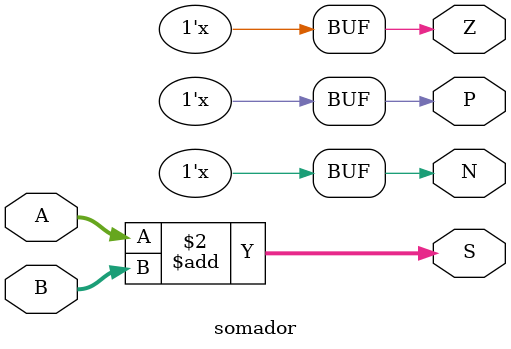
<source format=sv>
parameter NBITS = 8;
module somador(
  //variaveis de entrada em complemento de 2
  input logic signed [NBITS-1:0] A, B,
  //variaveis de saida em complemento de 2
  output logic signed [NBITS-1:0]S,
  output logic N, Z, P
);
  
  always_comb begin
    //faz a soma.
    S <= A + B;
    // verifica se a soma é zero.
    Z <= S == 0;
    // verifica se a soma número é negativo.
    N <= S[NBITS-1];
    // verifica se o número é par.
    P <= S[0] == 0; 
  end

endmodule
</source>
